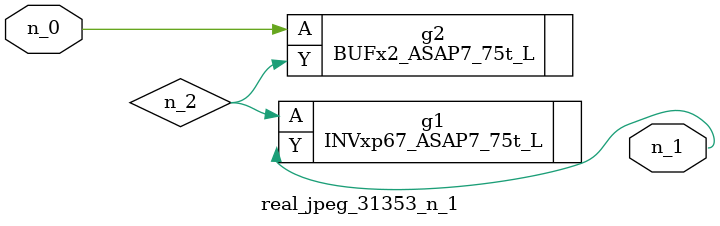
<source format=v>
module real_jpeg_31353_n_1 (n_0, n_1);

input n_0;

output n_1;

wire n_2;

BUFx2_ASAP7_75t_L g2 ( 
.A(n_0),
.Y(n_2)
);

INVxp67_ASAP7_75t_L g1 ( 
.A(n_2),
.Y(n_1)
);


endmodule
</source>
